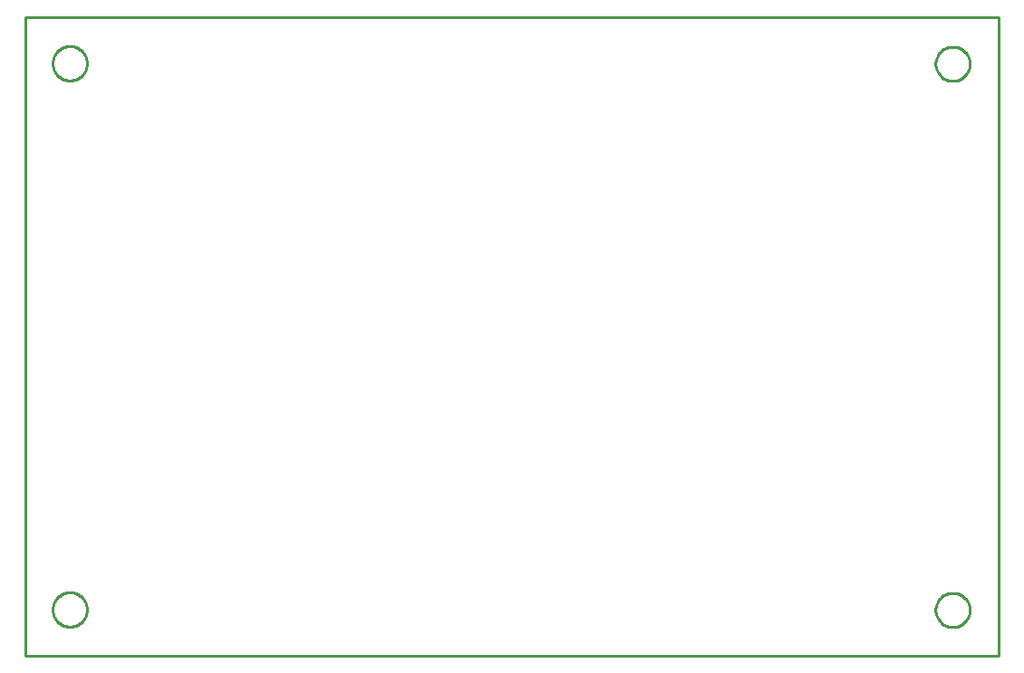
<source format=gbr>
G04 EAGLE Gerber RS-274X export*
G75*
%MOMM*%
%FSLAX34Y34*%
%LPD*%
%IN*%
%IPPOS*%
%AMOC8*
5,1,8,0,0,1.08239X$1,22.5*%
G01*
%ADD10C,0.254000*%


D10*
X0Y0D02*
X908560Y0D01*
X908560Y596800D01*
X0Y596800D01*
X0Y0D01*
X57200Y553116D02*
X57132Y552071D01*
X56995Y551032D01*
X56790Y550005D01*
X56519Y548993D01*
X56183Y548001D01*
X55782Y547033D01*
X55318Y546094D01*
X54795Y545186D01*
X54213Y544315D01*
X53575Y543484D01*
X52884Y542697D01*
X52143Y541956D01*
X51356Y541265D01*
X50525Y540628D01*
X49654Y540046D01*
X48746Y539522D01*
X47807Y539058D01*
X46839Y538657D01*
X45847Y538321D01*
X44835Y538050D01*
X43808Y537845D01*
X42769Y537709D01*
X41724Y537640D01*
X40676Y537640D01*
X39631Y537709D01*
X38592Y537845D01*
X37565Y538050D01*
X36553Y538321D01*
X35561Y538657D01*
X34593Y539058D01*
X33654Y539522D01*
X32746Y540046D01*
X31875Y540628D01*
X31044Y541265D01*
X30257Y541956D01*
X29516Y542697D01*
X28825Y543484D01*
X28188Y544315D01*
X27606Y545186D01*
X27082Y546094D01*
X26618Y547033D01*
X26217Y548001D01*
X25881Y548993D01*
X25610Y550005D01*
X25405Y551032D01*
X25269Y552071D01*
X25200Y553116D01*
X25200Y554164D01*
X25269Y555209D01*
X25405Y556248D01*
X25610Y557275D01*
X25881Y558287D01*
X26217Y559279D01*
X26618Y560247D01*
X27082Y561186D01*
X27606Y562094D01*
X28188Y562965D01*
X28825Y563796D01*
X29516Y564583D01*
X30257Y565324D01*
X31044Y566015D01*
X31875Y566653D01*
X32746Y567235D01*
X33654Y567758D01*
X34593Y568222D01*
X35561Y568623D01*
X36553Y568959D01*
X37565Y569230D01*
X38592Y569435D01*
X39631Y569572D01*
X40676Y569640D01*
X41724Y569640D01*
X42769Y569572D01*
X43808Y569435D01*
X44835Y569230D01*
X45847Y568959D01*
X46839Y568623D01*
X47807Y568222D01*
X48746Y567758D01*
X49654Y567235D01*
X50525Y566653D01*
X51356Y566015D01*
X52143Y565324D01*
X52884Y564583D01*
X53575Y563796D01*
X54213Y562965D01*
X54795Y562094D01*
X55318Y561186D01*
X55782Y560247D01*
X56183Y559279D01*
X56519Y558287D01*
X56790Y557275D01*
X56995Y556248D01*
X57132Y555209D01*
X57200Y554164D01*
X57200Y553116D01*
X865536Y26620D02*
X864491Y26689D01*
X863452Y26825D01*
X862425Y27030D01*
X861413Y27301D01*
X860421Y27637D01*
X859453Y28038D01*
X858514Y28502D01*
X857606Y29026D01*
X856735Y29608D01*
X855904Y30245D01*
X855117Y30936D01*
X854376Y31677D01*
X853685Y32464D01*
X853048Y33295D01*
X852466Y34166D01*
X851942Y35074D01*
X851478Y36013D01*
X851077Y36981D01*
X850741Y37973D01*
X850470Y38985D01*
X850265Y40012D01*
X850129Y41051D01*
X850060Y42096D01*
X850060Y43144D01*
X850129Y44189D01*
X850265Y45228D01*
X850470Y46255D01*
X850741Y47267D01*
X851077Y48259D01*
X851478Y49227D01*
X851942Y50166D01*
X852466Y51074D01*
X853048Y51945D01*
X853685Y52776D01*
X854376Y53563D01*
X855117Y54304D01*
X855904Y54995D01*
X856735Y55633D01*
X857606Y56215D01*
X858514Y56738D01*
X859453Y57202D01*
X860421Y57603D01*
X861413Y57939D01*
X862425Y58210D01*
X863452Y58415D01*
X864491Y58552D01*
X865536Y58620D01*
X866584Y58620D01*
X867629Y58552D01*
X868668Y58415D01*
X869695Y58210D01*
X870707Y57939D01*
X871699Y57603D01*
X872667Y57202D01*
X873606Y56738D01*
X874514Y56215D01*
X875385Y55633D01*
X876216Y54995D01*
X877003Y54304D01*
X877744Y53563D01*
X878435Y52776D01*
X879073Y51945D01*
X879655Y51074D01*
X880178Y50166D01*
X880642Y49227D01*
X881043Y48259D01*
X881379Y47267D01*
X881650Y46255D01*
X881855Y45228D01*
X881992Y44189D01*
X882060Y43144D01*
X882060Y42096D01*
X881992Y41051D01*
X881855Y40012D01*
X881650Y38985D01*
X881379Y37973D01*
X881043Y36981D01*
X880642Y36013D01*
X880178Y35074D01*
X879655Y34166D01*
X879073Y33295D01*
X878435Y32464D01*
X877744Y31677D01*
X877003Y30936D01*
X876216Y30245D01*
X875385Y29608D01*
X874514Y29026D01*
X873606Y28502D01*
X872667Y28038D01*
X871699Y27637D01*
X870707Y27301D01*
X869695Y27030D01*
X868668Y26825D01*
X867629Y26689D01*
X866584Y26620D01*
X865536Y26620D01*
X865536Y537160D02*
X864491Y537229D01*
X863452Y537365D01*
X862425Y537570D01*
X861413Y537841D01*
X860421Y538177D01*
X859453Y538578D01*
X858514Y539042D01*
X857606Y539566D01*
X856735Y540148D01*
X855904Y540785D01*
X855117Y541476D01*
X854376Y542217D01*
X853685Y543004D01*
X853048Y543835D01*
X852466Y544706D01*
X851942Y545614D01*
X851478Y546553D01*
X851077Y547521D01*
X850741Y548513D01*
X850470Y549525D01*
X850265Y550552D01*
X850129Y551591D01*
X850060Y552636D01*
X850060Y553684D01*
X850129Y554729D01*
X850265Y555768D01*
X850470Y556795D01*
X850741Y557807D01*
X851077Y558799D01*
X851478Y559767D01*
X851942Y560706D01*
X852466Y561614D01*
X853048Y562485D01*
X853685Y563316D01*
X854376Y564103D01*
X855117Y564844D01*
X855904Y565535D01*
X856735Y566173D01*
X857606Y566755D01*
X858514Y567278D01*
X859453Y567742D01*
X860421Y568143D01*
X861413Y568479D01*
X862425Y568750D01*
X863452Y568955D01*
X864491Y569092D01*
X865536Y569160D01*
X866584Y569160D01*
X867629Y569092D01*
X868668Y568955D01*
X869695Y568750D01*
X870707Y568479D01*
X871699Y568143D01*
X872667Y567742D01*
X873606Y567278D01*
X874514Y566755D01*
X875385Y566173D01*
X876216Y565535D01*
X877003Y564844D01*
X877744Y564103D01*
X878435Y563316D01*
X879073Y562485D01*
X879655Y561614D01*
X880178Y560706D01*
X880642Y559767D01*
X881043Y558799D01*
X881379Y557807D01*
X881650Y556795D01*
X881855Y555768D01*
X881992Y554729D01*
X882060Y553684D01*
X882060Y552636D01*
X881992Y551591D01*
X881855Y550552D01*
X881650Y549525D01*
X881379Y548513D01*
X881043Y547521D01*
X880642Y546553D01*
X880178Y545614D01*
X879655Y544706D01*
X879073Y543835D01*
X878435Y543004D01*
X877744Y542217D01*
X877003Y541476D01*
X876216Y540785D01*
X875385Y540148D01*
X874514Y539566D01*
X873606Y539042D01*
X872667Y538578D01*
X871699Y538177D01*
X870707Y537841D01*
X869695Y537570D01*
X868668Y537365D01*
X867629Y537229D01*
X866584Y537160D01*
X865536Y537160D01*
X57200Y42576D02*
X57132Y41531D01*
X56995Y40492D01*
X56790Y39465D01*
X56519Y38453D01*
X56183Y37461D01*
X55782Y36493D01*
X55318Y35554D01*
X54795Y34646D01*
X54213Y33775D01*
X53575Y32944D01*
X52884Y32157D01*
X52143Y31416D01*
X51356Y30725D01*
X50525Y30088D01*
X49654Y29506D01*
X48746Y28982D01*
X47807Y28518D01*
X46839Y28117D01*
X45847Y27781D01*
X44835Y27510D01*
X43808Y27305D01*
X42769Y27169D01*
X41724Y27100D01*
X40676Y27100D01*
X39631Y27169D01*
X38592Y27305D01*
X37565Y27510D01*
X36553Y27781D01*
X35561Y28117D01*
X34593Y28518D01*
X33654Y28982D01*
X32746Y29506D01*
X31875Y30088D01*
X31044Y30725D01*
X30257Y31416D01*
X29516Y32157D01*
X28825Y32944D01*
X28188Y33775D01*
X27606Y34646D01*
X27082Y35554D01*
X26618Y36493D01*
X26217Y37461D01*
X25881Y38453D01*
X25610Y39465D01*
X25405Y40492D01*
X25269Y41531D01*
X25200Y42576D01*
X25200Y43624D01*
X25269Y44669D01*
X25405Y45708D01*
X25610Y46735D01*
X25881Y47747D01*
X26217Y48739D01*
X26618Y49707D01*
X27082Y50646D01*
X27606Y51554D01*
X28188Y52425D01*
X28825Y53256D01*
X29516Y54043D01*
X30257Y54784D01*
X31044Y55475D01*
X31875Y56113D01*
X32746Y56695D01*
X33654Y57218D01*
X34593Y57682D01*
X35561Y58083D01*
X36553Y58419D01*
X37565Y58690D01*
X38592Y58895D01*
X39631Y59032D01*
X40676Y59100D01*
X41724Y59100D01*
X42769Y59032D01*
X43808Y58895D01*
X44835Y58690D01*
X45847Y58419D01*
X46839Y58083D01*
X47807Y57682D01*
X48746Y57218D01*
X49654Y56695D01*
X50525Y56113D01*
X51356Y55475D01*
X52143Y54784D01*
X52884Y54043D01*
X53575Y53256D01*
X54213Y52425D01*
X54795Y51554D01*
X55318Y50646D01*
X55782Y49707D01*
X56183Y48739D01*
X56519Y47747D01*
X56790Y46735D01*
X56995Y45708D01*
X57132Y44669D01*
X57200Y43624D01*
X57200Y42576D01*
M02*

</source>
